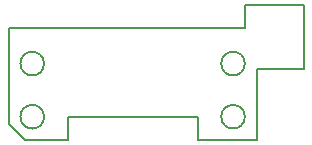
<source format=gbr>
%TF.GenerationSoftware,KiCad,Pcbnew,(6.0.2)*%
%TF.CreationDate,2022-03-02T15:25:49+00:00*%
%TF.ProjectId,Left_Hotswap,4c656674-5f48-46f7-9473-7761702e6b69,rev?*%
%TF.SameCoordinates,Original*%
%TF.FileFunction,Profile,NP*%
%FSLAX46Y46*%
G04 Gerber Fmt 4.6, Leading zero omitted, Abs format (unit mm)*
G04 Created by KiCad (PCBNEW (6.0.2)) date 2022-03-02 15:25:49*
%MOMM*%
%LPD*%
G01*
G04 APERTURE LIST*
%TA.AperFunction,Profile*%
%ADD10C,0.200000*%
%TD*%
G04 APERTURE END LIST*
D10*
X27044002Y-28884000D02*
G75*
G03*
X27044002Y-28884000I-1000002J0D01*
G01*
X44044010Y-21384000D02*
X44044010Y-19384000D01*
X45044010Y-24884000D02*
X45044010Y-30884000D01*
X49044010Y-24884000D02*
X45044010Y-24884000D01*
X44044012Y-24384000D02*
G75*
G03*
X44044012Y-24384000I-1000002J0D01*
G01*
X45044010Y-30884000D02*
X40044000Y-30884000D01*
X29044000Y-28884000D02*
X29044000Y-30884000D01*
X29044000Y-30884000D02*
X25458220Y-30884000D01*
X24044000Y-21384000D02*
X44044010Y-21384000D01*
X44044010Y-19384000D02*
X49044010Y-19384000D01*
X40044000Y-30884000D02*
X40044000Y-28884000D01*
X27044002Y-24384000D02*
G75*
G03*
X27044002Y-24384000I-1000002J0D01*
G01*
X24044000Y-29469790D02*
X24044000Y-21384000D01*
X44044012Y-28884000D02*
G75*
G03*
X44044012Y-28884000I-1000002J0D01*
G01*
X25458220Y-30884000D02*
X24044000Y-29469790D01*
X49044010Y-19384000D02*
X49044010Y-24884000D01*
X40044000Y-28884000D02*
X29044000Y-28884000D01*
M02*

</source>
